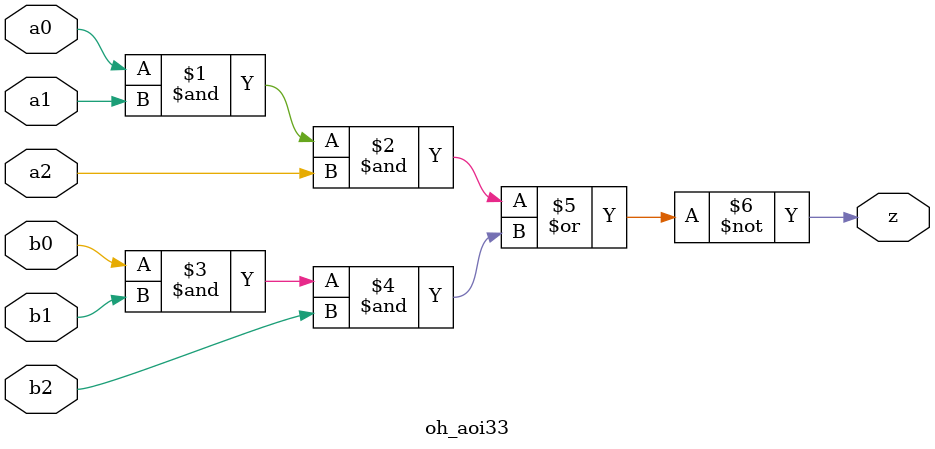
<source format=v>
module oh_aoi33(	// file.cleaned.mlir:2:3
  input  a0,	// file.cleaned.mlir:2:26
         a1,	// file.cleaned.mlir:2:39
         a2,	// file.cleaned.mlir:2:52
         b0,	// file.cleaned.mlir:2:65
         b1,	// file.cleaned.mlir:2:78
         b2,	// file.cleaned.mlir:2:91
  output z	// file.cleaned.mlir:2:105
);

  assign z = ~(a0 & a1 & a2 | b0 & b1 & b2);	// file.cleaned.mlir:4:10, :5:10, :6:10, :7:10, :8:5
endmodule


</source>
